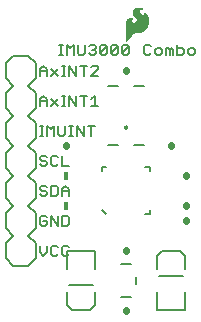
<source format=gto>
G75*
G70*
%OFA0B0*%
%FSLAX24Y24*%
%IPPOS*%
%LPD*%
%AMOC8*
5,1,8,0,0,1.08239X$1,22.5*
%
%ADD10C,0.0060*%
%ADD11C,0.0080*%
%ADD12C,0.0220*%
%ADD13C,0.0050*%
%ADD14R,0.0180X0.0300*%
%ADD15C,0.0010*%
D10*
X011080Y018335D02*
X011194Y018448D01*
X011194Y018675D01*
X011335Y018619D02*
X011335Y018392D01*
X011392Y018335D01*
X011505Y018335D01*
X011562Y018392D01*
X011703Y018392D02*
X011703Y018619D01*
X011760Y018675D01*
X011874Y018675D01*
X011930Y018619D01*
X011930Y018392D02*
X011874Y018335D01*
X011760Y018335D01*
X011703Y018392D01*
X011562Y018619D02*
X011505Y018675D01*
X011392Y018675D01*
X011335Y018619D01*
X010967Y018675D02*
X010967Y018448D01*
X011080Y018335D01*
X011024Y019335D02*
X011137Y019335D01*
X011194Y019392D01*
X011194Y019505D01*
X011080Y019505D01*
X010967Y019392D02*
X011024Y019335D01*
X010967Y019392D02*
X010967Y019619D01*
X011024Y019675D01*
X011137Y019675D01*
X011194Y019619D01*
X011335Y019675D02*
X011562Y019335D01*
X011562Y019675D01*
X011703Y019675D02*
X011874Y019675D01*
X011930Y019619D01*
X011930Y019392D01*
X011874Y019335D01*
X011703Y019335D01*
X011703Y019675D01*
X011335Y019675D02*
X011335Y019335D01*
X011335Y020335D02*
X011505Y020335D01*
X011562Y020392D01*
X011562Y020619D01*
X011505Y020675D01*
X011335Y020675D01*
X011335Y020335D01*
X011194Y020392D02*
X011137Y020335D01*
X011024Y020335D01*
X010967Y020392D01*
X011024Y020505D02*
X011137Y020505D01*
X011194Y020448D01*
X011194Y020392D01*
X011024Y020505D02*
X010967Y020562D01*
X010967Y020619D01*
X011024Y020675D01*
X011137Y020675D01*
X011194Y020619D01*
X011703Y020562D02*
X011703Y020335D01*
X011703Y020505D02*
X011930Y020505D01*
X011930Y020562D02*
X011930Y020335D01*
X011930Y020562D02*
X011817Y020675D01*
X011703Y020562D01*
X011703Y021335D02*
X011930Y021335D01*
X011703Y021335D02*
X011703Y021675D01*
X011562Y021619D02*
X011505Y021675D01*
X011392Y021675D01*
X011335Y021619D01*
X011335Y021392D01*
X011392Y021335D01*
X011505Y021335D01*
X011562Y021392D01*
X011194Y021392D02*
X011137Y021335D01*
X011024Y021335D01*
X010967Y021392D01*
X011024Y021505D02*
X011137Y021505D01*
X011194Y021448D01*
X011194Y021392D01*
X011024Y021505D02*
X010967Y021562D01*
X010967Y021619D01*
X011024Y021675D01*
X011137Y021675D01*
X011194Y021619D01*
X011212Y022335D02*
X011212Y022675D01*
X011326Y022562D01*
X011439Y022675D01*
X011439Y022335D01*
X011581Y022392D02*
X011637Y022335D01*
X011751Y022335D01*
X011808Y022392D01*
X011808Y022675D01*
X011949Y022675D02*
X012062Y022675D01*
X012006Y022675D02*
X012006Y022335D01*
X012062Y022335D02*
X011949Y022335D01*
X012194Y022335D02*
X012194Y022675D01*
X012421Y022335D01*
X012421Y022675D01*
X012563Y022675D02*
X012790Y022675D01*
X012676Y022675D02*
X012676Y022335D01*
X011581Y022392D02*
X011581Y022675D01*
X011080Y022675D02*
X010967Y022675D01*
X011024Y022675D02*
X011024Y022335D01*
X011080Y022335D02*
X010967Y022335D01*
X010967Y023335D02*
X010967Y023562D01*
X011080Y023675D01*
X011194Y023562D01*
X011194Y023335D01*
X011335Y023335D02*
X011562Y023562D01*
X011703Y023675D02*
X011817Y023675D01*
X011760Y023675D02*
X011760Y023335D01*
X011703Y023335D02*
X011817Y023335D01*
X011949Y023335D02*
X011949Y023675D01*
X012176Y023335D01*
X012176Y023675D01*
X012317Y023675D02*
X012544Y023675D01*
X012431Y023675D02*
X012431Y023335D01*
X012686Y023335D02*
X012912Y023335D01*
X012799Y023335D02*
X012799Y023675D01*
X012686Y023562D01*
X012686Y024335D02*
X012912Y024562D01*
X012912Y024619D01*
X012856Y024675D01*
X012742Y024675D01*
X012686Y024619D01*
X012544Y024675D02*
X012317Y024675D01*
X012431Y024675D02*
X012431Y024335D01*
X012686Y024335D02*
X012912Y024335D01*
X013024Y025035D02*
X012967Y025092D01*
X013194Y025319D01*
X013194Y025092D01*
X013137Y025035D01*
X013024Y025035D01*
X012967Y025092D02*
X012967Y025319D01*
X013024Y025375D01*
X013137Y025375D01*
X013194Y025319D01*
X013336Y025319D02*
X013392Y025375D01*
X013506Y025375D01*
X013562Y025319D01*
X013336Y025092D01*
X013392Y025035D01*
X013506Y025035D01*
X013562Y025092D01*
X013562Y025319D01*
X013704Y025319D02*
X013761Y025375D01*
X013874Y025375D01*
X013931Y025319D01*
X013704Y025092D01*
X013761Y025035D01*
X013874Y025035D01*
X013931Y025092D01*
X013931Y025319D01*
X013704Y025319D02*
X013704Y025092D01*
X013336Y025092D02*
X013336Y025319D01*
X012826Y025319D02*
X012826Y025262D01*
X012769Y025205D01*
X012826Y025148D01*
X012826Y025092D01*
X012769Y025035D01*
X012656Y025035D01*
X012599Y025092D01*
X012458Y025092D02*
X012401Y025035D01*
X012287Y025035D01*
X012231Y025092D01*
X012231Y025375D01*
X012089Y025375D02*
X012089Y025035D01*
X011862Y025035D02*
X011862Y025375D01*
X011976Y025262D01*
X012089Y025375D01*
X011730Y025375D02*
X011617Y025375D01*
X011674Y025375D02*
X011674Y025035D01*
X011730Y025035D02*
X011617Y025035D01*
X011703Y024675D02*
X011817Y024675D01*
X011760Y024675D02*
X011760Y024335D01*
X011703Y024335D02*
X011817Y024335D01*
X011949Y024335D02*
X011949Y024675D01*
X012176Y024335D01*
X012176Y024675D01*
X012458Y025092D02*
X012458Y025375D01*
X012599Y025319D02*
X012656Y025375D01*
X012769Y025375D01*
X012826Y025319D01*
X012769Y025205D02*
X012712Y025205D01*
X011562Y024562D02*
X011335Y024335D01*
X011194Y024335D02*
X011194Y024562D01*
X011080Y024675D01*
X010967Y024562D01*
X010967Y024335D01*
X010967Y024505D02*
X011194Y024505D01*
X011335Y024562D02*
X011562Y024335D01*
X011335Y023562D02*
X011562Y023335D01*
X011194Y023505D02*
X010967Y023505D01*
X014441Y025092D02*
X014497Y025035D01*
X014611Y025035D01*
X014667Y025092D01*
X014809Y025092D02*
X014866Y025035D01*
X014979Y025035D01*
X015036Y025092D01*
X015036Y025205D01*
X014979Y025262D01*
X014866Y025262D01*
X014809Y025205D01*
X014809Y025092D01*
X014667Y025319D02*
X014611Y025375D01*
X014497Y025375D01*
X014441Y025319D01*
X014441Y025092D01*
X015177Y025035D02*
X015177Y025262D01*
X015234Y025262D01*
X015291Y025205D01*
X015347Y025262D01*
X015404Y025205D01*
X015404Y025035D01*
X015291Y025035D02*
X015291Y025205D01*
X015545Y025262D02*
X015716Y025262D01*
X015772Y025205D01*
X015772Y025092D01*
X015716Y025035D01*
X015545Y025035D01*
X015545Y025375D01*
X015914Y025205D02*
X015914Y025092D01*
X015970Y025035D01*
X016084Y025035D01*
X016141Y025092D01*
X016141Y025205D01*
X016084Y025262D01*
X015970Y025262D01*
X015914Y025205D01*
D11*
X012652Y016521D02*
X012022Y016521D01*
X011864Y016678D01*
X011864Y017111D01*
X012809Y017111D02*
X012809Y016678D01*
X012652Y016521D01*
X013668Y016945D02*
X014006Y016945D01*
X014156Y017399D02*
X014156Y017611D01*
X014006Y018065D02*
X013668Y018065D01*
X012809Y017899D02*
X012809Y018489D01*
X011864Y018489D01*
X011864Y017899D01*
X010837Y018255D02*
X010837Y018755D01*
X010587Y019005D01*
X010837Y019255D01*
X010837Y019755D01*
X010587Y020005D01*
X010837Y020255D01*
X010837Y020755D01*
X010587Y021005D01*
X010837Y021255D01*
X010837Y021755D01*
X010587Y022005D01*
X010837Y022255D01*
X010837Y022755D01*
X010587Y023005D01*
X010837Y023255D01*
X010837Y023755D01*
X010587Y024005D01*
X010837Y024255D01*
X010837Y024755D01*
X010587Y025005D01*
X010087Y025005D01*
X009837Y024755D01*
X009837Y024255D01*
X010087Y024005D01*
X009837Y023755D01*
X009837Y023255D01*
X010087Y023005D01*
X009837Y022755D01*
X009837Y022255D01*
X010087Y022005D01*
X009837Y021755D01*
X009837Y021255D01*
X010087Y021005D01*
X009837Y020755D01*
X009837Y020255D01*
X010087Y020005D01*
X009837Y019755D01*
X009837Y019255D01*
X010087Y019005D01*
X009837Y018755D01*
X009837Y018255D01*
X010087Y018005D01*
X010587Y018005D01*
X010837Y018255D01*
X013049Y019855D02*
X013187Y019718D01*
X014486Y019718D02*
X014624Y019718D01*
X014624Y019855D01*
X014624Y021155D02*
X014624Y021292D01*
X014486Y021292D01*
X014427Y022021D02*
X014112Y022021D01*
X013561Y022021D02*
X013246Y022021D01*
X013187Y021292D02*
X013049Y021292D01*
X013049Y021155D01*
X013798Y022611D02*
X013809Y022639D01*
X013837Y022650D01*
X013865Y022639D01*
X013876Y022611D01*
X013865Y022583D01*
X013837Y022572D01*
X013809Y022583D01*
X013798Y022611D01*
X013561Y023989D02*
X013246Y023989D01*
X014112Y023989D02*
X014427Y023989D01*
X015022Y018489D02*
X014864Y018332D01*
X014864Y017899D01*
X015022Y018489D02*
X015652Y018489D01*
X015809Y018332D01*
X015809Y017899D01*
X015809Y017111D02*
X015809Y016521D01*
X014864Y016521D01*
X014864Y017111D01*
D12*
X013837Y016517D02*
X013837Y016493D01*
X013837Y018493D02*
X013837Y018517D01*
X015837Y019493D02*
X015837Y019517D01*
X015837Y019993D02*
X015837Y020017D01*
X015837Y020993D02*
X015837Y021017D01*
X015337Y021993D02*
X015337Y022017D01*
X011837Y021993D02*
X011837Y022017D01*
X013837Y024493D02*
X013837Y024517D01*
D13*
X014937Y017655D02*
X015737Y017655D01*
X012737Y017355D02*
X011937Y017355D01*
D14*
X011837Y020005D03*
X011837Y021005D03*
D15*
X013837Y025506D02*
X014029Y025722D01*
X014063Y025753D01*
X014103Y025777D01*
X014118Y025782D01*
X014133Y025785D01*
X014223Y025785D01*
X014277Y025790D01*
X014328Y025804D01*
X013837Y025804D01*
X013837Y025796D02*
X014297Y025796D01*
X014328Y025804D02*
X014377Y025828D01*
X014422Y025860D01*
X014463Y025898D01*
X013837Y025898D01*
X013837Y025890D02*
X014454Y025890D01*
X014463Y025898D02*
X014498Y025942D01*
X014535Y026008D01*
X014560Y026080D01*
X014571Y026155D01*
X014569Y026231D01*
X014561Y026272D01*
X014547Y026311D01*
X014527Y026348D01*
X014491Y026393D01*
X014447Y026429D01*
X014447Y026394D01*
X014446Y026388D01*
X014444Y026383D01*
X014432Y026369D01*
X014417Y026358D01*
X014409Y026355D01*
X014386Y026353D01*
X014364Y026357D01*
X014344Y026367D01*
X014308Y026393D01*
X014291Y026407D01*
X014277Y026424D01*
X014265Y026443D01*
X014257Y026463D01*
X014254Y026476D01*
X014255Y026489D01*
X014261Y026511D01*
X014273Y026530D01*
X014290Y026545D01*
X014310Y026556D01*
X014111Y026556D01*
X014115Y026560D02*
X014088Y026534D01*
X014071Y026510D01*
X014060Y026483D01*
X014057Y026454D01*
X014061Y026425D01*
X014072Y026398D01*
X014119Y026329D01*
X014176Y026268D01*
X014191Y026250D01*
X014201Y026229D01*
X014205Y026206D01*
X014570Y026206D01*
X014569Y026214D02*
X014204Y026214D01*
X014205Y026206D02*
X014203Y026183D01*
X014196Y026161D01*
X014183Y026142D01*
X014165Y026127D01*
X014143Y026115D01*
X014119Y026107D01*
X014094Y026103D01*
X014065Y026104D01*
X014037Y026113D01*
X014012Y026128D01*
X013999Y026142D01*
X013990Y026159D01*
X013986Y026177D01*
X013986Y026195D01*
X013990Y026212D01*
X013993Y026219D01*
X013999Y026224D01*
X014032Y026248D01*
X014038Y026251D01*
X014045Y026253D01*
X014052Y026252D01*
X014033Y026255D01*
X013996Y026258D01*
X013959Y026255D01*
X013931Y026248D01*
X013906Y026235D01*
X013883Y026218D01*
X013865Y026196D01*
X013849Y026167D01*
X013840Y026136D01*
X013837Y026103D01*
X013837Y025506D01*
X013837Y025514D02*
X013844Y025514D01*
X013837Y025522D02*
X013851Y025522D01*
X013859Y025531D02*
X013837Y025531D01*
X013837Y025539D02*
X013866Y025539D01*
X013874Y025548D02*
X013837Y025548D01*
X013837Y025556D02*
X013882Y025556D01*
X013889Y025565D02*
X013837Y025565D01*
X013837Y025574D02*
X013897Y025574D01*
X013904Y025582D02*
X013837Y025582D01*
X013837Y025591D02*
X013912Y025591D01*
X013920Y025599D02*
X013837Y025599D01*
X013837Y025608D02*
X013927Y025608D01*
X013935Y025616D02*
X013837Y025616D01*
X013837Y025625D02*
X013942Y025625D01*
X013950Y025633D02*
X013837Y025633D01*
X013837Y025642D02*
X013958Y025642D01*
X013965Y025650D02*
X013837Y025650D01*
X013837Y025659D02*
X013973Y025659D01*
X013980Y025668D02*
X013837Y025668D01*
X013837Y025676D02*
X013988Y025676D01*
X013996Y025685D02*
X013837Y025685D01*
X013837Y025693D02*
X014003Y025693D01*
X014011Y025702D02*
X013837Y025702D01*
X013837Y025710D02*
X014018Y025710D01*
X014026Y025719D02*
X013837Y025719D01*
X013837Y025727D02*
X014035Y025727D01*
X014044Y025736D02*
X013837Y025736D01*
X013837Y025744D02*
X014053Y025744D01*
X014063Y025753D02*
X013837Y025753D01*
X013837Y025761D02*
X014077Y025761D01*
X014091Y025770D02*
X013837Y025770D01*
X013837Y025779D02*
X014107Y025779D01*
X014246Y025787D02*
X013837Y025787D01*
X013837Y025813D02*
X014346Y025813D01*
X014363Y025821D02*
X013837Y025821D01*
X013837Y025830D02*
X014379Y025830D01*
X014392Y025838D02*
X013837Y025838D01*
X013837Y025847D02*
X014404Y025847D01*
X014416Y025855D02*
X013837Y025855D01*
X013837Y025864D02*
X014426Y025864D01*
X014436Y025873D02*
X013837Y025873D01*
X013837Y025881D02*
X014445Y025881D01*
X014470Y025907D02*
X013837Y025907D01*
X013837Y025915D02*
X014476Y025915D01*
X014483Y025924D02*
X013837Y025924D01*
X013837Y025932D02*
X014490Y025932D01*
X014497Y025941D02*
X013837Y025941D01*
X013837Y025949D02*
X014502Y025949D01*
X014507Y025958D02*
X013837Y025958D01*
X013837Y025967D02*
X014512Y025967D01*
X014516Y025975D02*
X013837Y025975D01*
X013837Y025984D02*
X014521Y025984D01*
X014526Y025992D02*
X013837Y025992D01*
X013837Y026001D02*
X014531Y026001D01*
X014535Y026009D02*
X013837Y026009D01*
X013837Y026018D02*
X014538Y026018D01*
X014541Y026026D02*
X013837Y026026D01*
X013837Y026035D02*
X014544Y026035D01*
X014547Y026043D02*
X013837Y026043D01*
X013837Y026052D02*
X014550Y026052D01*
X014553Y026061D02*
X013837Y026061D01*
X013837Y026069D02*
X014556Y026069D01*
X014559Y026078D02*
X013837Y026078D01*
X013837Y026086D02*
X014561Y026086D01*
X014562Y026095D02*
X013837Y026095D01*
X013837Y026103D02*
X014090Y026103D01*
X014095Y026103D02*
X014563Y026103D01*
X014565Y026112D02*
X014133Y026112D01*
X014152Y026120D02*
X014566Y026120D01*
X014567Y026129D02*
X014167Y026129D01*
X014177Y026137D02*
X014569Y026137D01*
X014570Y026146D02*
X014185Y026146D01*
X014191Y026154D02*
X014571Y026154D01*
X014571Y026163D02*
X014196Y026163D01*
X014199Y026172D02*
X014571Y026172D01*
X014570Y026180D02*
X014202Y026180D01*
X014204Y026189D02*
X014570Y026189D01*
X014570Y026197D02*
X014204Y026197D01*
X014202Y026223D02*
X014569Y026223D01*
X014569Y026231D02*
X014200Y026231D01*
X014196Y026240D02*
X014567Y026240D01*
X014565Y026248D02*
X014192Y026248D01*
X014185Y026257D02*
X014564Y026257D01*
X014562Y026266D02*
X014178Y026266D01*
X014170Y026274D02*
X014560Y026274D01*
X014557Y026283D02*
X014162Y026283D01*
X014154Y026291D02*
X014554Y026291D01*
X014551Y026300D02*
X014146Y026300D01*
X014138Y026308D02*
X014548Y026308D01*
X014544Y026317D02*
X014130Y026317D01*
X014122Y026325D02*
X014539Y026325D01*
X014534Y026334D02*
X014115Y026334D01*
X014109Y026342D02*
X014530Y026342D01*
X014525Y026351D02*
X014104Y026351D01*
X014098Y026360D02*
X014359Y026360D01*
X014342Y026368D02*
X014092Y026368D01*
X014086Y026377D02*
X014331Y026377D01*
X014319Y026385D02*
X014081Y026385D01*
X014075Y026394D02*
X014307Y026394D01*
X014297Y026402D02*
X014070Y026402D01*
X014067Y026411D02*
X014288Y026411D01*
X014281Y026419D02*
X014063Y026419D01*
X014061Y026428D02*
X014275Y026428D01*
X014269Y026436D02*
X014059Y026436D01*
X014058Y026445D02*
X014264Y026445D01*
X014261Y026454D02*
X014057Y026454D01*
X014058Y026462D02*
X014257Y026462D01*
X014255Y026471D02*
X014059Y026471D01*
X014060Y026479D02*
X014254Y026479D01*
X014255Y026488D02*
X014062Y026488D01*
X014066Y026496D02*
X014257Y026496D01*
X014260Y026505D02*
X014069Y026505D01*
X014073Y026513D02*
X014263Y026513D01*
X014268Y026522D02*
X014079Y026522D01*
X014085Y026530D02*
X014274Y026530D01*
X014283Y026539D02*
X014093Y026539D01*
X014102Y026547D02*
X014294Y026547D01*
X014310Y026556D02*
X014330Y026562D01*
X014351Y026564D01*
X014375Y026564D01*
X014375Y026564D01*
X014374Y026565D01*
X014357Y026578D01*
X014337Y026587D01*
X014323Y026593D01*
X014314Y026597D01*
X014279Y026606D01*
X014244Y026609D01*
X014210Y026606D01*
X014177Y026597D01*
X014146Y026582D01*
X014115Y026560D01*
X014122Y026565D02*
X014374Y026565D01*
X014364Y026573D02*
X014134Y026573D01*
X014145Y026582D02*
X014349Y026582D01*
X014330Y026590D02*
X014162Y026590D01*
X014182Y026599D02*
X014307Y026599D01*
X014262Y026607D02*
X014221Y026607D01*
X014447Y026428D02*
X014448Y026428D01*
X014447Y026419D02*
X014459Y026419D01*
X014469Y026411D02*
X014447Y026411D01*
X014447Y026402D02*
X014480Y026402D01*
X014490Y026394D02*
X014447Y026394D01*
X014445Y026385D02*
X014497Y026385D01*
X014504Y026377D02*
X014439Y026377D01*
X014431Y026368D02*
X014511Y026368D01*
X014518Y026360D02*
X014419Y026360D01*
X014033Y026248D02*
X013934Y026248D01*
X013915Y026240D02*
X014021Y026240D01*
X014009Y026231D02*
X013901Y026231D01*
X013890Y026223D02*
X013998Y026223D01*
X013991Y026214D02*
X013880Y026214D01*
X013873Y026206D02*
X013988Y026206D01*
X013987Y026197D02*
X013866Y026197D01*
X013861Y026189D02*
X013986Y026189D01*
X013986Y026180D02*
X013856Y026180D01*
X013851Y026172D02*
X013987Y026172D01*
X013989Y026163D02*
X013848Y026163D01*
X013845Y026154D02*
X013992Y026154D01*
X013997Y026146D02*
X013843Y026146D01*
X013840Y026137D02*
X014003Y026137D01*
X014011Y026129D02*
X013839Y026129D01*
X013838Y026120D02*
X014025Y026120D01*
X014041Y026112D02*
X013838Y026112D01*
X013984Y026257D02*
X014008Y026257D01*
M02*

</source>
